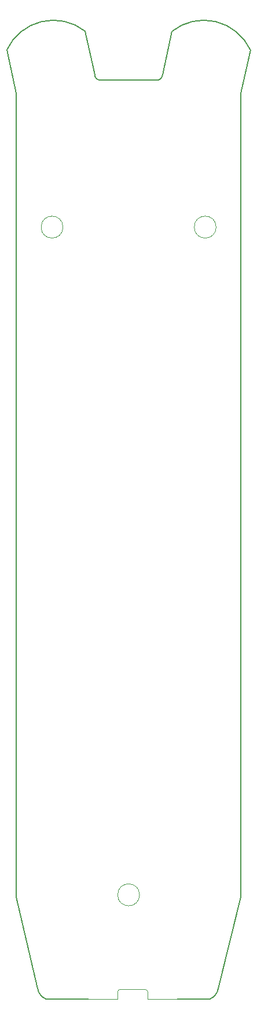
<source format=gbr>
%TF.GenerationSoftware,KiCad,Pcbnew,8.0.5*%
%TF.CreationDate,2025-02-18T01:30:19+08:00*%
%TF.ProjectId,troubleSeeker,74726f75-626c-4655-9365-656b65722e6b,rev?*%
%TF.SameCoordinates,Original*%
%TF.FileFunction,Profile,NP*%
%FSLAX46Y46*%
G04 Gerber Fmt 4.6, Leading zero omitted, Abs format (unit mm)*
G04 Created by KiCad (PCBNEW 8.0.5) date 2025-02-18 01:30:19*
%MOMM*%
%LPD*%
G01*
G04 APERTURE LIST*
%TA.AperFunction,Profile*%
%ADD10C,0.050000*%
%TD*%
%TA.AperFunction,Profile*%
%ADD11C,0.200000*%
%TD*%
%TA.AperFunction,Profile*%
%ADD12C,0.120000*%
%TD*%
G04 APERTURE END LIST*
D10*
X155900000Y-68400000D02*
G75*
G02*
X152700000Y-68400000I-1600000J0D01*
G01*
X152700000Y-68400000D02*
G75*
G02*
X155900000Y-68400000I1600000J0D01*
G01*
D11*
X125283815Y-42533727D02*
G75*
G02*
X136746099Y-39799998I6812285J-3166273D01*
G01*
X159512282Y-166200100D02*
X156200000Y-179600000D01*
X149450001Y-39800001D02*
X148050000Y-46150000D01*
X136746097Y-39800001D02*
X138146098Y-46150000D01*
D10*
X144700000Y-165900000D02*
G75*
G02*
X141500000Y-165900000I-1600000J0D01*
G01*
X141500000Y-165900000D02*
G75*
G02*
X144700000Y-165900000I1600000J0D01*
G01*
D11*
X131002822Y-181092746D02*
G75*
G02*
X129800001Y-179600000I697178J1792746D01*
G01*
X125283815Y-42533727D02*
X126683816Y-48883726D01*
X159512282Y-127683869D02*
X159512282Y-166200100D01*
X160912283Y-42533727D02*
X159512282Y-48883726D01*
X147196148Y-46928703D02*
X138999950Y-46928703D01*
X156200000Y-179600000D02*
G75*
G02*
X154997179Y-181092747I-1900000J300000D01*
G01*
X126683816Y-166200100D02*
X129800001Y-179600000D01*
X126683816Y-127683869D02*
X126683816Y-166200100D01*
X159512282Y-127683869D02*
X159512282Y-48883726D01*
X150200000Y-181100000D02*
X154997179Y-181092746D01*
X138999950Y-46928703D02*
G75*
G02*
X138146089Y-46150000I-71850J778703D01*
G01*
X126683816Y-127683869D02*
X126683816Y-48883726D01*
X148050000Y-46150000D02*
G75*
G02*
X147196149Y-46928692I-782000J0D01*
G01*
X149450001Y-39800001D02*
G75*
G02*
X160912283Y-42533727I4649999J-5899999D01*
G01*
X137200000Y-181100000D02*
X131002822Y-181092746D01*
D10*
X133500000Y-68400000D02*
G75*
G02*
X130300000Y-68400000I-1600000J0D01*
G01*
X130300000Y-68400000D02*
G75*
G02*
X133500000Y-68400000I1600000J0D01*
G01*
D12*
%TO.C,J2*%
X141500000Y-180100000D02*
X141500000Y-181100000D01*
X141500000Y-181100000D02*
X137200000Y-181100000D01*
X145500000Y-179700000D02*
X141900000Y-179700000D01*
X145900000Y-180100000D02*
X145900000Y-181100000D01*
X145900000Y-181100000D02*
X150200000Y-181100000D01*
X141500000Y-180100000D02*
G75*
G02*
X141900000Y-179700000I400002J-2D01*
G01*
X145500000Y-179700000D02*
G75*
G02*
X145900000Y-180100000I0J-400000D01*
G01*
%TD*%
M02*

</source>
